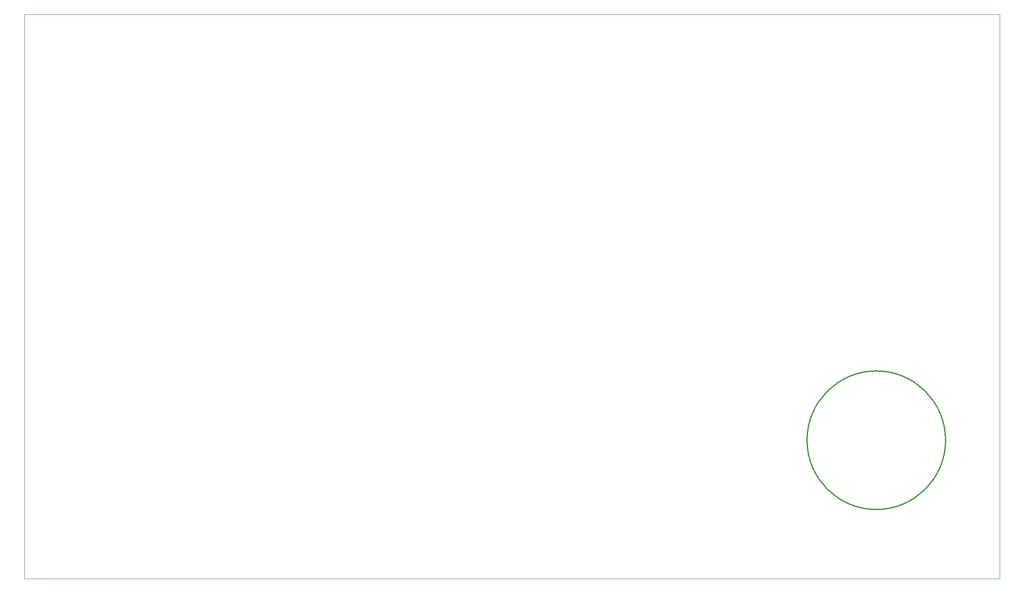
<source format=gko>
G04*
G04 #@! TF.GenerationSoftware,Altium Limited,Altium Designer,24.4.1 (13)*
G04*
G04 Layer_Color=16711935*
%FSLAX25Y25*%
%MOIN*%
G70*
G04*
G04 #@! TF.SameCoordinates,9BA34CE2-F453-49C1-9203-2D8BC28E9390*
G04*
G04*
G04 #@! TF.FilePolarity,Positive*
G04*
G01*
G75*
%ADD132C,0.01000*%
%ADD133C,0.00197*%
D132*
X706693Y106299D02*
G03*
X706693Y106299I-53150J0D01*
G01*
D133*
X0Y0D02*
Y433071D01*
X748032D01*
X748032Y0D01*
X0D02*
X748032D01*
M02*

</source>
